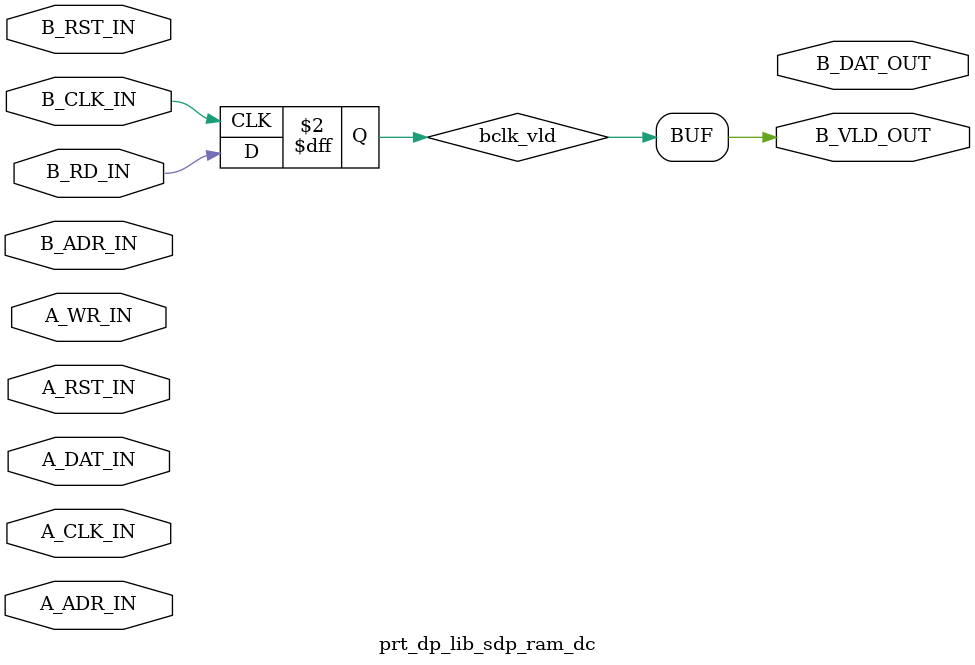
<source format=sv>
/*
     __        __   __   ___ ___ ___  __  
    |__)  /\  |__) |__) |__   |   |  /  \ 
    |    /~~\ |  \ |  \ |___  |   |  \__/ 


    Module: DP Library Memory
    (c) 2021 - 2023 by Parretto B.V.

    History
    =======
    v1.0 - Initial release
    v1.1 - Changed memory structures
    v1.2 - Added support for Intel FPGA 
	v1.3 - Added read enable for prt_dp_lib_sdp_ram_sc

    License
    =======
    This License will apply to the use of the IP-core (as defined in the License). 
    Please read the License carefully so that you know what your rights and obligations are when using the IP-core.
    The acceptance of this License constitutes a valid and binding agreement between Parretto and you for the use of the IP-core. 
    If you download and/or make any use of the IP-core you agree to be bound by this License. 
    The License is available for download and print at www.parretto.com/license.html
    Parretto grants you, as the Licensee, a free, non-exclusive, non-transferable, limited right to use the IP-core 
    solely for internal business purposes for the term and conditions of the License. 
    You are also allowed to create Modifications for internal business purposes, but explicitly only under the conditions of art. 3.2.
    You are, however, obliged to pay the License Fees to Parretto for the use of the IP-core, or any Modification, in, or embodied in, 
    a physical or non-tangible product or service that has substantial commercial, industrial or non-consumer uses. 
*/

`default_nettype none

/*
	Single clock FIFO
	Output data is not registered
*/
module prt_dp_lib_fifo_sc
#(
	parameter                       P_VENDOR    	= "none",  		// Vendor "xilinx" or "lattice"
	parameter						P_MODE         	= "single",		// "single" or "burst"
	parameter 						P_RAM_STYLE		= "distributed",	// "distributed", "block" or "ultra"
	parameter 						P_ADR_WIDTH 	= 7,
	parameter						P_DAT_WIDTH 	= 512
)
(
	// Clocks and reset
	input wire						RST_IN,		// Reset
	input wire						CLK_IN,		// Clock
	input wire						CLR_IN,		// Clear

	// Write
	input wire						WR_IN,		// Write in
	input wire 	[P_DAT_WIDTH-1:0]	DAT_IN,		// Write data

	// Read
	input wire						RD_EN_IN,	// Read enable in
	input wire						RD_IN,		// Read in
	output wire [P_DAT_WIDTH-1:0]	DAT_OUT,	// Data out
	output wire						DE_OUT,		// Data enable

	// Status
	output wire	[P_ADR_WIDTH:0]		WRDS_OUT,	// Used words
	output wire						EP_OUT,		// Empty
	output wire						FL_OUT		// Full
);

// Parameters
localparam P_WRDS = 2**P_ADR_WIDTH;

// Signals

logic	[P_ADR_WIDTH-1:0]	clk_wp;			// Write pointer
logic 	[P_ADR_WIDTH-1:0]	clk_rp;			// Read pointer
logic	[1:0]				clk_da;
logic	[1:0]				clk_de;
logic	[P_ADR_WIDTH-1:0]	clk_wrds;
logic						clk_ep;
logic						clk_fl;

// Logic

// RAM instantiation
generate
	if (P_VENDOR == "xilinx")
	begin : gen_ram_xlx

		xpm_memory_sdpram 
		#(
			.ADDR_WIDTH_A				(P_ADR_WIDTH),  
			.ADDR_WIDTH_B				(P_ADR_WIDTH),  
			.AUTO_SLEEP_TIME			(0),   
			.BYTE_WRITE_WIDTH_A			(P_DAT_WIDTH),  
			.CASCADE_HEIGHT				(0),            
			.CLOCKING_MODE				("common_clock"), 
			.ECC_MODE					("no_ecc"), 
			.MEMORY_INIT_FILE			("none"),   
			.MEMORY_INIT_PARAM			("0"),      
			.MEMORY_OPTIMIZATION		("true"),   
			.MEMORY_PRIMITIVE			(P_RAM_STYLE),     
			.MEMORY_SIZE				(P_WRDS * P_DAT_WIDTH),        
			.MESSAGE_CONTROL			(0),           
			.READ_DATA_WIDTH_B			(P_DAT_WIDTH), 
			.READ_LATENCY_B				(1),      
			.READ_RESET_VALUE_B			("0"),    
			.RST_MODE_A					("SYNC"), 
			.RST_MODE_B					("SYNC"), 
			.SIM_ASSERT_CHK				(0),             
			.USE_EMBEDDED_CONSTRAINT	(0),    
			.USE_MEM_INIT				(0),              
			.WAKEUP_TIME				("disable_sleep"),
			.WRITE_DATA_WIDTH_A			(P_DAT_WIDTH),
			.WRITE_MODE_B				("read_first") 
		)
		RAM_INST 
		(
			.clka				(CLK_IN),       
			.addra				(clk_wp), 
			.dina				(DAT_IN),
			.ena				(1'b1), 
			.wea				(WR_IN),

			.clkb				(CLK_IN),  
			.addrb				(clk_rp),  
			.enb				(RD_EN_IN),    
			.doutb				(DAT_OUT), 

			.injectdbiterra		(1'b0),
			.injectsbiterra		(1'b0),
			.regceb				(RD_EN_IN),             
			.rstb				(1'b0),        
			.sleep				(1'b0),             
			.dbiterrb			(), 
			.sbiterrb			()    
		);
	end

	else if (P_VENDOR == "lattice")
	begin : gen_ram_lat

		// One single clock read latency is assumed.
		// The distributed read path is asynchronous.
		// Therefore the output register is enabled.
		pmi_distributed_dpram
		#(
			.pmi_addr_depth       	(P_WRDS), 		// integer       
			.pmi_addr_width       	(P_ADR_WIDTH), 	// integer       
			.pmi_data_width       	(P_DAT_WIDTH), 	// integer       
			.pmi_regmode          	("reg"), 			// "reg"|"noreg"     
			.pmi_init_file        	("none"), 		// string        
			.pmi_init_file_format 	("hex"), 			// "binary"|"hex"    
			.pmi_family           	("common")  		// "LIFCL"|"LFD2NX"|"LFCPNX"|"LFMXO5"|"UT24C"|"UT24CP"|"common"
		) 
		RAM_INST
		(
			.Reset     			(1'b0),  
			
			.WrClock   			(CLK_IN),  
			.WrClockEn 			(1'b1),  
			.WrAddress 			(clk_wp),  
			.WE        			(WR_IN),  
			.Data      			(DAT_IN),  

			.RdClock   			(CLK_IN),  
			.RdClockEn 			(RD_EN_IN),  
			.RdAddress 			(clk_rp),  
			.Q         			(DAT_OUT)   
		);	
	end

	else if (P_VENDOR == "intel")
	begin : gen_ram_int

		localparam P_RAM_TYPE = (P_RAM_STYLE == "distributed") ? "MLAB" : "AUTO";
		
		altera_syncram
		#( 
			.ram_block_type 					(P_RAM_TYPE),
			.address_aclr_b 					("NONE"),
			.address_reg_b  					("CLOCK0"),
			.clock_enable_input_a 				("BYPASS"),
			.clock_enable_input_b 				("BYPASS"),
			.clock_enable_output_b 				("BYPASS"),
			.enable_force_to_zero 				("FALSE"),
			.intended_device_family 			("Cyclone 10 GX"),
			.lpm_type 							("altera_syncram"),
			.numwords_a 						(P_WRDS),
			.numwords_b 						(P_WRDS),
			.operation_mode 					("DUAL_PORT"),
			.outdata_aclr_b 					("NONE"),
			.outdata_sclr_b 					("NONE"),
			.outdata_reg_b 						("CLOCK0"),
			.power_up_uninitialized  			("FALSE"),
			.rdcontrol_reg_b  					("CLOCK0"),
			.widthad_a 							(P_ADR_WIDTH),
			.widthad_b 							(P_ADR_WIDTH),
			.width_a 							(P_DAT_WIDTH),
			.width_b 							(P_DAT_WIDTH)
		)
		RAM_INST
		(
			.address_a 			(clk_wp),
			.address_b 			(clk_rp),
			.clock0 			(CLK_IN),
			.data_a 			(DAT_IN),
			.wren_a 			(WR_IN),
			.q_b 				(DAT_OUT),
			.aclr0 				(1'b0),
			.aclr1 				(1'b0),
			.address2_a 		(1'b1),
			.address2_b 		(1'b1),
			.addressstall_a 	(1'b0),
			.addressstall_b 	(1'b0),
			.byteena_a 			(1'b1),
			.byteena_b 			(1'b1),
			.clock1 			(1'b1),
			.clocken0 			(1'b1),
			.clocken1 			(1'b1),
			.clocken2 			(1'b1),
			.clocken3 			(1'b1),
			.data_b 			({P_DAT_WIDTH{1'b1}}),
			.eccencbypass 		(1'b0),
			.eccencparity 		(8'b0),
			.eccstatus 			(),
			.q_a 				(),
			.rden_a 			(1'b1),
			.rden_b 			(RD_EN_IN),
			.sclr 				(1'b0),
			.wren_b 			(1'b0)
		);
	end

	else
	begin
		$error ("No Vendor specified!");
	end
endgenerate

// Write pointer
	always_ff @ (posedge RST_IN, posedge CLK_IN)
	begin
		if (RST_IN)
			clk_wp <= 0;

		else
		begin
			// Clear
			if (CLR_IN)
				clk_wp <= 0;

			// Write
			else if (WR_IN)
			begin
				// Check for overflow
				if (&clk_wp)
					clk_wp <= 0;
				else
					clk_wp <= clk_wp + 'd1;
			end
		end
	end

// Read pointer
	always_ff @ (posedge RST_IN, posedge CLK_IN)
	begin
		if (RST_IN)
			clk_rp <= 0;

		else
		begin
			// Clear
			if (CLR_IN)
				clk_rp <= 0;

			// Read enable
			else if (RD_EN_IN)
			begin
				// Read
				if (RD_IN && !clk_ep)
				begin
					// Check for overflow
					if (&clk_rp)
						clk_rp <= 0;
					else
						clk_rp <= clk_rp + 'd1;
				end
			end
		end
	end

// Data available
	always_ff @ (posedge RST_IN, posedge CLK_IN)
	begin
		if (RST_IN)
			clk_da <= 0;

		else
		begin
			// Enable
			if (RD_EN_IN)
			begin
				if (clk_ep || RD_IN)
					clk_da <= 0;
				else
				begin
					clk_da[0] <= 1;
					clk_da[1] <= clk_da[0];
				end
			end
		end
	end

// Data enable
generate
	if (P_RAM_STYLE == "distributed")
	begin
		always_comb
		begin
			if (RD_IN && !clk_ep)
				clk_de = 'b01;
			else
				clk_de = 'b00;
		end
	end

	else
	begin
		always_ff @ (posedge RST_IN, posedge CLK_IN)
		begin
			if (RST_IN)
				clk_de <= 0;

			else
			begin
				// Enable
				if (RD_EN_IN)
				begin
					if (!clk_ep)
						clk_de[0] <= RD_IN;
					else
						clk_de[0] <= 0;
					clk_de[1] <= clk_de[0];
				end
			end
		end
	end
endgenerate

// Empty
// Must be combinatorial
	always_comb
	begin
		if (clk_wp == clk_rp)
			clk_ep = 1;
		else
			clk_ep = 0;
	end

// Full
// Must be combinatorial
	always_comb
	begin
		if (clk_wrds > (P_WRDS - 'd2))
			clk_fl = 1;
		else
			clk_fl = 0;
	end

// Words
// To improve timing performance the output words are registered
	always_ff @ (posedge CLK_IN)
	begin
		if (clk_wp > clk_rp)
			clk_wrds = clk_wp - clk_rp;

		else if (clk_wp < clk_rp)
			clk_wrds = (P_WRDS - clk_rp) + clk_wp;

		else
			clk_wrds = 0;
	end
	
// Outputs
	assign DE_OUT 		= (P_MODE == "burst") ? ((P_RAM_STYLE == "ultra") ? clk_de[$size(clk_de)-1] : clk_de[0]) : ((P_RAM_STYLE == "ultra") ? clk_da[$size(clk_da)-1] : clk_da[0]);
	assign WRDS_OUT 	= clk_wrds;
	assign EP_OUT 		= clk_ep;
	assign FL_OUT 		= clk_fl;

endmodule

/*
	Dual Clock FIFO
	Output data is registered
*/
module prt_dp_lib_fifo_dc
#(
	parameter                       P_VENDOR    	= "none",  		// Vendor "xilinx" or "lattice"
	parameter						P_MODE         = "single",		// "single" or "burst"
	parameter 						P_RAM_STYLE	= "distributed",	// "distributed" or "block"
	parameter						P_ADR_WIDTH	= 5,
	parameter						P_DAT_WIDTH	= 32
)
(
	input wire						A_RST_IN,		// Reset
	input wire						B_RST_IN,
	input wire						A_CLK_IN,		// Clock
	input wire						B_CLK_IN,
	input wire						A_CKE_IN,		// Clock enable
	input wire						B_CKE_IN,

	// Input (A)
	input wire						A_CLR_IN,		// Clear
	input wire						A_WR_IN,		// Write
	input wire	[P_DAT_WIDTH-1:0]	A_DAT_IN,		// Write data

	// Output (B)
	input wire						B_CLR_IN,		// Clear
	input wire						B_RD_IN,		// Read
	output wire	[P_DAT_WIDTH-1:0]	B_DAT_OUT,	// Read data
	output wire						B_DE_OUT,		// Data enable

	// Status (A)
	output wire	[P_ADR_WIDTH:0]		A_WRDS_OUT,	// Used words
	output wire						A_FL_OUT,		// Full
	output wire						A_EP_OUT,		// Empty

	// Status (B)
	output wire	[P_ADR_WIDTH:0]		B_WRDS_OUT,	// Used words
	output wire						B_FL_OUT,		// Full
	output wire						B_EP_OUT		// Empty
);

/*
	Parameters
*/
localparam P_WRDS = 2**P_ADR_WIDTH;

/*
	Signals
*/
logic 	[P_ADR_WIDTH-1:0]	aclk_wp;
wire 	[P_ADR_WIDTH-1:0]	aclk_rp;
logic	[P_ADR_WIDTH:0]		aclk_wrds;
logic						aclk_fl;
logic						aclk_ep;

logic 	[P_ADR_WIDTH-1:0]	bclk_rp;
wire 	[P_ADR_WIDTH-1:0]	bclk_wp;
logic	[P_ADR_WIDTH:0]		bclk_wrds;
logic						bclk_fl;
logic						bclk_ep;
logic	[1:0]				bclk_da;
logic	[1:0]				bclk_de;

/*
	Logic
*/

// RAM instantiation
generate
	if (P_VENDOR == "xilinx")
	begin : gen_ram_xlx

		// The parameter USE_EMBEDDED_CONSTRAINT must be used for distributed memory with independent clocks
		// to set automatically timing constraints.
		localparam P_USE_CONSTRAINT = (P_RAM_STYLE == "distributed") ? 1 : 0;

		xpm_memory_sdpram 
		#(
			.ADDR_WIDTH_A				(P_ADR_WIDTH),  
			.ADDR_WIDTH_B				(P_ADR_WIDTH),  
			.AUTO_SLEEP_TIME			(0),   
			.BYTE_WRITE_WIDTH_A			(P_DAT_WIDTH),  
			.CASCADE_HEIGHT				(0),            
			.CLOCKING_MODE				("independent_clock"), 
			.ECC_MODE					("no_ecc"), 
			.MEMORY_INIT_FILE			("none"),   
			.MEMORY_INIT_PARAM			("0"),      
			.MEMORY_OPTIMIZATION		("true"),   
			.MEMORY_PRIMITIVE			(P_RAM_STYLE),     
			.MEMORY_SIZE				(P_WRDS * P_DAT_WIDTH),        
			.MESSAGE_CONTROL			(0),           
			.READ_DATA_WIDTH_B			(P_DAT_WIDTH), 
			.READ_LATENCY_B				(2),      
			.READ_RESET_VALUE_B			("0"),    
			.RST_MODE_A					("SYNC"), 
			.RST_MODE_B					("SYNC"), 
			.SIM_ASSERT_CHK				(0),             
			.USE_EMBEDDED_CONSTRAINT	(P_USE_CONSTRAINT),    
			.USE_MEM_INIT				(1),              
			.WAKEUP_TIME				("disable_sleep"),
			.WRITE_DATA_WIDTH_A			(P_DAT_WIDTH),
			.WRITE_MODE_B				("read_first") 
		)
		RAM_INST 
		(
			.clka				(A_CLK_IN),       
			.addra				(aclk_wp), 
			.dina				(A_DAT_IN),
			.ena				(A_CKE_IN), 
			.wea				(A_WR_IN),

			.clkb				(B_CLK_IN),  
			.addrb				(bclk_rp),  
			.enb				(B_CKE_IN),    
			.doutb				(B_DAT_OUT), 

			.injectdbiterra		(1'b0),
			.injectsbiterra		(1'b0),
			.regceb				(B_CKE_IN),             
			.rstb				(1'b0),        
			.sleep				(1'b0),             
			.dbiterrb			(), 
			.sbiterrb			()    
		);
	end

	else if (P_VENDOR == "lattice")
	begin : gen_ram_lat
		
		// Block ram
		if (P_RAM_STYLE == "block")
		begin
			pmi_ram_dp
			#(
				.pmi_wr_addr_depth    	(P_WRDS), 		// integer
				.pmi_wr_addr_width    	(P_ADR_WIDTH), 	// integer
				.pmi_wr_data_width    	(P_DAT_WIDTH), 	// integer
				.pmi_rd_addr_depth    	(P_WRDS), 		// integer
				.pmi_rd_addr_width    	(P_ADR_WIDTH), 	// integer
				.pmi_rd_data_width    	(P_DAT_WIDTH), 	// integer
				.pmi_regmode          	("reg"), 		// "reg"|"noreg"
				.pmi_resetmode        	("async"), 		// "async"|"sync"
				.pmi_init_file        	("none"), 		// string
				.pmi_init_file_format 	("hex"), 		// "binary"|"hex"
				.pmi_family           	("common")  	// "LIFCL"|"LFD2NX"|"LFCPNX"|"LFMXO5"|"UT24C"|"UT24CP"|"common"
			) 
			RAM_INST
			(
				.Reset     			(1'b0),  

				.WrClock   			(A_CLK_IN),  
				.WrClockEn 			(A_CKE_IN),
				.WrAddress 			(aclk_wp),  
				.WE        			(A_WR_IN),  
				.Data      			(A_DAT_IN), 

				.RdClock   			(B_CLK_IN), 
				.RdClockEn 			(B_CKE_IN),
				.RdAddress 			(bclk_rp),  

				.Q         			(B_DAT_OUT)  
			);
		end

		// Distributed ram
		else
		begin
			// Signals
			wire  [P_DAT_WIDTH-1:0] dout_from_ram;
			logic [P_DAT_WIDTH-1:0] clk_dout;

			pmi_distributed_dpram
			#(
				.pmi_addr_depth       	(P_WRDS), // integer       
				.pmi_addr_width       	(P_ADR_WIDTH), // integer       
				.pmi_data_width       	(P_DAT_WIDTH), // integer       
				.pmi_regmode          	("reg"), // "reg"|"noreg"     
				.pmi_init_file        	("none"), // string        
				.pmi_init_file_format 	("hex"), // "binary"|"hex"    
				.pmi_family           	("common")  // "LIFCL"|"LFD2NX"|"LFCPNX"|"LFMXO5"|"UT24C"|"UT24CP"|"common"
			) 
			RAM_INST
			(
				.Reset     			(1'b0),  
				
				.WrClock   			(A_CLK_IN),  
				.WrClockEn 			(A_CKE_IN),  
				.WrAddress 			(aclk_wp),  
				.WE        			(A_WR_IN),  
				.Data      			(A_DAT_IN),  

				.RdClock   			(B_CLK_IN),  
				.RdClockEn 			(B_CKE_IN),  
				.RdAddress 			(bclk_rp),  
				.Q         			(dout_from_ram)   
			);

			// The distributed memory read path is asynchronous.
			// The read addres is not registered. 
			// The read output register is enabled. 
			// However a block ram has a read latency of two cycles. 
			// To have the same behaviour an additional output register is added. 
			always_ff @ (posedge B_CLK_IN)
			begin
				if (B_CKE_IN)
					clk_dout <= dout_from_ram;
			end	

			// Outputs 
			assign B_DAT_OUT = clk_dout;
		end
	end

	else if (P_VENDOR == "intel")
	begin : gen_ram_int
		
		localparam P_RAM_TYPE = (P_RAM_STYLE == "distributed") ? "MLAB" : "AUTO";
		
		altera_syncram
		#( 
			.ram_block_type 					(P_RAM_TYPE),
			.address_aclr_b 					("NONE"),
			.address_reg_b  					("CLOCK1"),
			.clock_enable_input_a 				("BYPASS"),
			.clock_enable_input_b 				("BYPASS"),
			.clock_enable_output_b 				("BYPASS"),
			.enable_force_to_zero 				("FALSE"),
			.intended_device_family 			("Cyclone 10 GX"),
			.lpm_type 							("altera_syncram"),
			.numwords_a 						(P_WRDS),
			.numwords_b 						(P_WRDS),
			.operation_mode 					("DUAL_PORT"),
			.outdata_aclr_b 					("NONE"),
			.outdata_sclr_b 					("NONE"),
			.outdata_reg_b 						("CLOCK1"),
			.power_up_uninitialized  			("FALSE"),
			.widthad_a 							(P_ADR_WIDTH),
			.widthad_b 							(P_ADR_WIDTH),
			.width_a 							(P_DAT_WIDTH),
			.width_b 							(P_DAT_WIDTH)
		)
		RAM_INST
		(
			.address_a 			(aclk_wp),
			.address_b 			(bclk_rp),
			.clock0 			(A_CLK_IN),
			.data_a 			(A_DAT_IN),
			.wren_a 			(A_WR_IN),
			.q_b 				(B_DAT_OUT),
			.aclr0 				(1'b0),
			.aclr1 				(1'b0),
			.address2_a 		(1'b1),
			.address2_b 		(1'b1),
			.addressstall_a 	(1'b0),
			.addressstall_b 	(1'b0),
			.byteena_a 			(1'b1),
			.byteena_b 			(1'b1),
			.clock1 			(B_CLK_IN),
			.clocken0 			(A_CKE_IN),
			.clocken1 			(B_CKE_IN),
			.clocken2 			(1'b1),
			.clocken3 			(1'b1),
			.data_b 			({P_DAT_WIDTH{1'b1}}),
			.eccencbypass 		(1'b0),
			.eccencparity 		(8'b0),
			.eccstatus 			(),
			.q_a 				(),
			.rden_a 			(1'b1),
			.rden_b 			(1'b1),
			.sclr 				(1'b0),
			.wren_b 			(1'b0)
		);
	end

endgenerate

// Port A
// Write Pointer
	always_ff @ (posedge A_RST_IN, posedge A_CLK_IN)
	begin
		if (A_RST_IN)
			aclk_wp <= 0;

		else
		begin
			// Clock enable
			if (A_CKE_IN)
			begin
				// Clear
				if (A_CLR_IN)
					aclk_wp <= 0;

				// Increment 
				else if (A_WR_IN)
				begin
					if (aclk_wp == P_WRDS-1)
						aclk_wp <= 0;
					else
						aclk_wp <= aclk_wp + 'd1;
				end
			end
		end
	end

// Clock Domain Crossing
// This adapter crosses the (original size) read pointer to the write pointer domain.
	prt_dp_lib_cdc_gray
	#(
		.P_VENDOR 		(P_VENDOR),
		.P_WIDTH		(P_ADR_WIDTH)
	)
	RP_CDC_INST
	(
		.SRC_CLK_IN		(B_CLK_IN),
		.SRC_DAT_IN		(bclk_rp),
		.DST_CLK_IN		(A_CLK_IN),
		.DST_DAT_OUT	(aclk_rp)
	);

// Words
// To improve timing performance the words are registered
	always_ff @ (posedge A_CLK_IN)
	begin
		if (aclk_wp > aclk_rp)
			aclk_wrds <= aclk_wp - aclk_rp;

		else if (aclk_wp < aclk_rp)
			aclk_wrds <= (P_WRDS - aclk_rp) + aclk_wp;

		else
			aclk_wrds <= 0;
	end

// Full Flag
// Must be combinatorial
	always_comb
	begin
		if (aclk_wrds > (P_WRDS - 'd4))
			aclk_fl = 1;
		else
			aclk_fl = 0;
	end

// Empty Flag
// Must be combinatorial
	always_comb
	begin
		// Set
		if (aclk_wp == aclk_rp)
			aclk_ep = 1;

		// Clear
		else
			aclk_ep = 0;
	end

// Port B
// Read Pointer
	always_ff @ (posedge B_RST_IN, posedge B_CLK_IN)
	begin
		if (B_RST_IN)
			bclk_rp <= 0;

		else
		begin
			// Clock enable
			if (B_CKE_IN)
			begin
				// Clear
				if (B_CLR_IN)
					bclk_rp <= 0;
				
				// Increment
				else if (B_RD_IN && !bclk_ep)
				begin
					if (bclk_rp == P_WRDS-1)
						bclk_rp <= 0;
					else
						bclk_rp <= bclk_rp + 'd1;
				end
			end
		end
	end

// Clock Domain Crossing
// This adapter crosses the (original size) write pointer to the read pointer domain.
	prt_dp_lib_cdc_gray
	#(
		.P_VENDOR 		(P_VENDOR),
		.P_WIDTH		(P_ADR_WIDTH)
	)
	WP_CDC_INST
	(
		.SRC_CLK_IN		(A_CLK_IN),
		.SRC_DAT_IN		(aclk_wp),
		.DST_CLK_IN		(B_CLK_IN),
		.DST_DAT_OUT	(bclk_wp)
	);

// Words
// To improve timing performance the words are registered
	always_ff @ (posedge B_CLK_IN)
	begin
		if (bclk_wp > bclk_rp)
			bclk_wrds <= bclk_wp - bclk_rp;

		else if (bclk_wp < bclk_rp)
			bclk_wrds <= (P_WRDS - bclk_rp) + bclk_wp;

		else
			bclk_wrds <= 0;
	end

// Full Flag
// Must be combinatorial
	always_comb
	begin
		if (bclk_wrds > (P_WRDS - 'd4))
			bclk_fl = 1;
		else
			bclk_fl = 0;
	end

// Empty Flag
// Must be combinatorial
	always_comb
	begin
		// Set
		if (bclk_wp == bclk_rp)
			bclk_ep = 1;

		// Clear
		else
			bclk_ep = 0;
	end

// Data available
	always_ff @ (posedge B_RST_IN, posedge B_CLK_IN)
	begin
		if (B_RST_IN)
			bclk_da <= 0;

		else
		begin
			// Enable
			if (B_CKE_IN)
			begin
				if (bclk_ep || B_RD_IN)
					bclk_da <= 0;
				else
				begin
					bclk_da[0] <= 1;
					bclk_da[1] <= bclk_da[0];
				end
			end
		end
	end

// Data enable
	always_ff @ (posedge B_RST_IN, posedge B_CLK_IN)
	begin
		if (B_RST_IN)
			bclk_de <= 0;

		else
		begin
			// Enable
			if (B_CKE_IN)
			begin
				if (!bclk_ep)
					bclk_de[0] <= B_RD_IN;
				else
					bclk_de[0] <= 0;
				bclk_de[1] <= bclk_de[0];
			end
		end
	end

// Outputs
	assign A_FL_OUT 	= aclk_fl;
	assign A_EP_OUT 	= aclk_ep;
	assign A_WRDS_OUT 	= aclk_wrds;
	assign B_DE_OUT 	= (P_MODE == "burst") ? bclk_de[$size(bclk_de)-1] : bclk_da[$size(bclk_da)-1];
	assign B_FL_OUT 	= bclk_fl;
	assign B_EP_OUT 	= bclk_ep;
	assign B_WRDS_OUT 	= bclk_wrds;

endmodule


/*
	Simple dual port RAM single clock
*/
module prt_dp_lib_sdp_ram_sc
#(
	parameter                   	P_VENDOR    	= "none",  		// Vendor "xilinx" or "lattice"
	parameter 						P_RAM_STYLE		= "distributed",	// "distributed", "block" or "ultra"
	parameter 						P_ADR_WIDTH 	= 7,
	parameter						P_DAT_WIDTH 	= 512
)
(
	// Clocks and reset
	input wire						RST_IN,			// Reset
	input wire						CLK_IN,			// Clock

	// Port A
	input wire [P_ADR_WIDTH-1:0]	A_ADR_IN,		// Address
	input wire						A_WR_IN,		// Write in
	input wire [P_DAT_WIDTH-1:0]	A_DAT_IN,		// Write data

	// Port B
	input wire 						B_EN_IN,		// Enable
	input wire [P_ADR_WIDTH-1:0]	B_ADR_IN,		// Address
	input wire						B_RD_IN,		// Read in
	output wire [P_DAT_WIDTH-1:0]	B_DAT_OUT,		// Read data
	output wire						B_VLD_OUT		// Read data valid
);

// Parameters
localparam P_WRDS = 2**P_ADR_WIDTH;

// Signals
logic  clk_b_vld;

// Logic

// RAM instantiation
generate
	if (P_VENDOR == "xilinx")
	begin : gen_ram_xlx
		xpm_memory_sdpram 
		#(
			.ADDR_WIDTH_A				(P_ADR_WIDTH),  
			.ADDR_WIDTH_B				(P_ADR_WIDTH),  
			.AUTO_SLEEP_TIME			(0),   
			.BYTE_WRITE_WIDTH_A			(P_DAT_WIDTH),  
			.CASCADE_HEIGHT				(0),            
			.CLOCKING_MODE				("common_clock"), 
			.ECC_MODE					("no_ecc"), 
			.MEMORY_INIT_FILE			("none"),   
			.MEMORY_INIT_PARAM			("0"),      
			.MEMORY_OPTIMIZATION		("true"),   
			.MEMORY_PRIMITIVE			(P_RAM_STYLE),     
			.MEMORY_SIZE				(P_WRDS * P_DAT_WIDTH),        
			.MESSAGE_CONTROL			(0),           
			.READ_DATA_WIDTH_B			(P_DAT_WIDTH), 
			.READ_LATENCY_B				(1),      
			.READ_RESET_VALUE_B			("0"),    
			.RST_MODE_A					("SYNC"), 
			.RST_MODE_B					("SYNC"), 
			.SIM_ASSERT_CHK				(0),             
			.USE_EMBEDDED_CONSTRAINT	(0),    
			.USE_MEM_INIT				(1),              
			.WAKEUP_TIME				("disable_sleep"),
			.WRITE_DATA_WIDTH_A			(P_DAT_WIDTH),
			.WRITE_MODE_B				("read_first") 
		)
		RAM_INST 
		(
			.clka					(CLK_IN),       
			.addra					(A_ADR_IN), 
			.dina					(A_DAT_IN),
			.ena					(1'b1), 
			.wea					(A_WR_IN),

			.clkb					(CLK_IN),  
			.addrb					(B_ADR_IN),  
			.enb					(B_EN_IN),    
			.doutb					(B_DAT_OUT), 

			.injectdbiterra			(1'b0),
			.injectsbiterra			(1'b0),
			.regceb					(1'b1),             
			.rstb					(1'b0),        
			.sleep					(1'b0),             
			.dbiterrb				(), 
			.sbiterrb				()    
		);
	end

	else if (P_VENDOR == "lattice")
	begin : gen_ram_lat

		// One single clock read latency is assumed.
		// The distributed read path is asynchronous.
		// Therefore the output register is enabled.
		pmi_distributed_dpram
		#(
		  .pmi_addr_depth       	(P_WRDS), 		// integer      
		  .pmi_addr_width       	(P_ADR_WIDTH), 	// integer      
		  .pmi_data_width       	(P_DAT_WIDTH), 	// integer      
		  .pmi_regmode          	("reg"), 		// "reg"|"noreg"    
		  .pmi_init_file        	("none"), 		// string       
		  .pmi_init_file_format 	("hex"), 		// "binary"|"hex"     
		  .pmi_family           	("common")  	// "LIFCL"|"LFD2NX"|"LFCPNX"|"LFMXO5"|"UT24C"|"UT24CP"|"common"    
		) 
		RAM_INST
		(        
		  .Reset     			(1'b0),  		
		  .WrClock   			(CLK_IN),  	
		  .WrClockEn 			(1'b1),  		
		  .WrAddress 			(A_ADR_IN),  
		  .WE        			(A_WR_IN),  
		  .Data      			(A_DAT_IN), 

		  .RdClock   			(CLK_IN), 
		  .RdClockEn 			(B_EN_IN),  
		  .RdAddress 			(B_ADR_IN), 
		  .Q         			(B_DAT_OUT) 
		);
	end

	else if (P_VENDOR == "intel")
	begin : gen_ram_int

		localparam P_RAM_TYPE = (P_RAM_STYLE == "distributed") ? "MLAB" : "AUTO";
		
		altera_syncram
		#( 
			.ram_block_type 					(P_RAM_TYPE),
			.address_aclr_b 					("NONE"),
			.address_reg_b  					("CLOCK0"),
			.clock_enable_input_a 				("BYPASS"),
			.clock_enable_input_b 				("NORMAL"),
			.clock_enable_output_b 				("BYPASS"),
			.enable_force_to_zero 				("FALSE"),
			.intended_device_family 			("Cyclone 10 GX"),
			.lpm_type 							("altera_syncram"),
			.numwords_a 						(P_WRDS),
			.numwords_b 						(P_WRDS),
			.operation_mode 					("DUAL_PORT"),
			.outdata_aclr_b 					("NONE"),
			.outdata_sclr_b 					("NONE"),
			.outdata_reg_b 						("UNREGISTERED"),
			.power_up_uninitialized  			("FALSE"),
			.widthad_a 							(P_ADR_WIDTH),
			.widthad_b 							(P_ADR_WIDTH),
			.width_a 							(P_DAT_WIDTH),
			.width_b 							(P_DAT_WIDTH)
		)
		RAM_INST
		(
			.address_a 			(A_ADR_IN),
			.address_b 			(B_ADR_IN),
			.clock0 			(CLK_IN),
			.data_a 			(A_DAT_IN),
			.wren_a 			(A_WR_IN),
			.q_b 				(B_DAT_OUT),
			.aclr0 				(1'b0),
			.aclr1 				(1'b0),
			.address2_a 		(1'b1),
			.address2_b 		(1'b1),
			.addressstall_a 	(1'b0),
			.addressstall_b 	(~B_EN_IN),
			.byteena_a 			(1'b1),
			.byteena_b 			(1'b1),
			.clock1 			(1'b1),
			.clocken0 			(1'b1),
			.clocken1 			(1'b1),
			.clocken2 			(1'b1),
			.clocken3 			(1'b1),
			.data_b 			({P_DAT_WIDTH{1'b1}}),
			.eccencbypass 		(1'b0),
			.eccencparity 		(8'b0),
			.eccstatus 			(),
			.q_a 				(),
			.rden_a 			(1'b1),
			.rden_b 			(1'b1),
			.sclr 				(1'b0),
			.wren_b 			(1'b0)
		);
	end

endgenerate

	// Valid
	// The memory has one clock read latency
   	always_ff @ (posedge CLK_IN)
   	begin
		// Enable
		if (B_EN_IN)
   			clk_b_vld <= B_RD_IN;
	end

	// Outputs
   	assign B_VLD_OUT = clk_b_vld;

endmodule

/*
	Simple dual port RAM dual clock
*/
module prt_dp_lib_sdp_ram_dc
#(
	parameter                   	P_VENDOR    	= "none",  		// Vendor "xilinx" or "lattice"
	parameter 						P_RAM_STYLE		= "distributed",	// "distributed", "block" or "ultra"
	parameter 						P_ADR_WIDTH 	= 7,
	parameter						P_DAT_WIDTH 	= 512
)
(
	// Port A
	input wire						A_RST_IN,		// Reset
	input wire						A_CLK_IN,		// Clock
	input wire [P_ADR_WIDTH-1:0]	A_ADR_IN,		// Address
	input wire						A_WR_IN,		// Write in
	input wire [P_DAT_WIDTH-1:0]	A_DAT_IN,		// Write data

	// Port B
	input wire						B_RST_IN,		// Reset
	input wire						B_CLK_IN,		// Clock
	input wire [P_ADR_WIDTH-1:0]	B_ADR_IN,		// Address
	input wire						B_RD_IN,		// Read in
	output wire [P_DAT_WIDTH-1:0]	B_DAT_OUT,		// Read data
	output wire						B_VLD_OUT		// Read data valid
);

// Local parameters
localparam P_WRDS = 2**P_ADR_WIDTH;

// Signals
logic bclk_vld;

// Logic

// RAM instantiation
generate
	if (P_VENDOR == "xilinx")
	begin : gen_ram_xlx
		
		// The parameter USE_EMBEDDED_CONSTRAINT must be used for distributed memory with independent clocks
		// to set automatically timing constraints.
		localparam P_USE_CONSTRAINT = (P_RAM_STYLE == "distributed") ? 1 : 0;

		xpm_memory_sdpram 
		#(
			.ADDR_WIDTH_A				(P_ADR_WIDTH),  
			.ADDR_WIDTH_B				(P_ADR_WIDTH),  
			.AUTO_SLEEP_TIME			(0),   
			.BYTE_WRITE_WIDTH_A			(P_DAT_WIDTH),  
			.CASCADE_HEIGHT				(0),            
			.CLOCKING_MODE				("independent_clock"), 
			.ECC_MODE					("no_ecc"), 
			.MEMORY_INIT_FILE			("none"),   
			.MEMORY_INIT_PARAM			("0"),      
			.MEMORY_OPTIMIZATION		("true"),   
			.MEMORY_PRIMITIVE			(P_RAM_STYLE),     
			.MEMORY_SIZE				(P_WRDS * P_DAT_WIDTH),        
			.MESSAGE_CONTROL			(0),           
			.READ_DATA_WIDTH_B			(P_DAT_WIDTH), 
			.READ_LATENCY_B				(1),      
			.READ_RESET_VALUE_B			("0"),    
			.RST_MODE_A					("SYNC"), 
			.RST_MODE_B					("SYNC"), 
			.SIM_ASSERT_CHK				(0),             
			.USE_EMBEDDED_CONSTRAINT	(P_USE_CONSTRAINT),    
			.USE_MEM_INIT				(1),              
			.WAKEUP_TIME				("disable_sleep"),
			.WRITE_DATA_WIDTH_A			(P_DAT_WIDTH),
			.WRITE_MODE_B				("read_first") 
		)
		RAM_INST 
		(
			.clka				(A_CLK_IN),       
			.addra				(A_ADR_IN), 
			.dina				(A_DAT_IN),
			.ena				(1'b1), 
			.wea				(A_WR_IN),

			.clkb				(B_CLK_IN),  
			.addrb				(B_ADR_IN),  
			.enb				(1'b1),    
			.doutb				(B_DAT_OUT), 

			.injectdbiterra		(1'b0),
			.injectsbiterra		(1'b0),
			.regceb				(1'b1),             
			.rstb				(1'b0),        
			.sleep				(1'b0),             
			.dbiterrb			(), 
			.sbiterrb			()    
		);
	end

	else if (P_VENDOR == "lattice")
	begin : gen_ram_lat

		// One single clock read latency is assumed.
		// The distributed read path is asynchronous.
		// Therefore the output register is enabled.
		pmi_distributed_dpram
		#(
		  .pmi_addr_depth       (P_WRDS), 		// integer      
		  .pmi_addr_width       (P_ADR_WIDTH), 	// integer      
		  .pmi_data_width       (P_DAT_WIDTH), 	// integer      
		  .pmi_regmode          ("reg"), 		// "reg"|"noreg"    
		  .pmi_init_file        ("none"), 		// string       
		  .pmi_init_file_format ("hex"), 		// "binary"|"hex"     
		  .pmi_family           ("common")  	// "LIFCL"|"LFD2NX"|"LFCPNX"|"LFMXO5"|"UT24C"|"UT24CP"|"common"    
		) 
		RAM_INST
		(        
		  .Reset     			(1'b0),  		
		  
		  .WrClock   			(A_CLK_IN),  	
		  .WrClockEn 			(1'b1),  		
		  .WrAddress 			(A_ADR_IN),  
		  .WE        			(A_WR_IN),  
		  .Data      			(A_DAT_IN), 

		  .RdClock   			(B_CLK_IN), 
		  .RdClockEn 			(1'b1),  
		  .RdAddress 			(B_ADR_IN), 
		  .Q         			(B_DAT_OUT) 
		);
	end

	else if (P_VENDOR == "intel")
	begin : gen_ram_int

		localparam P_RAM_TYPE = (P_RAM_STYLE == "distributed") ? "MLAB" : "AUTO";
		
		altera_syncram
		#( 
			.ram_block_type 				(P_RAM_TYPE),
			.address_aclr_b 				("NONE"),
			.address_reg_b  				("CLOCK1"),
			.clock_enable_input_a 			("BYPASS"),
			.clock_enable_input_b 			("BYPASS"),
			.clock_enable_output_b 			("BYPASS"),
			.enable_force_to_zero 			("FALSE"),
			.intended_device_family 		("Cyclone 10 GX"),
			.lpm_type 						("altera_syncram"),
			.numwords_a 					(P_WRDS),
			.numwords_b 					(P_WRDS),
			.operation_mode 				("DUAL_PORT"),
			.outdata_aclr_b 				("NONE"),
			.outdata_sclr_b 				("NONE"),
			.outdata_reg_b 					("UNREGISTERED"),
			.power_up_uninitialized  		("FALSE"),
			.widthad_a 						(P_ADR_WIDTH),
			.widthad_b 						(P_ADR_WIDTH),
			.width_a 						(P_DAT_WIDTH),
			.width_b 						(P_DAT_WIDTH)
		)
		RAM_INST
		(
			.address_a 			(A_ADR_IN),
			.address_b 			(B_ADR_IN),
			.clock0 			(A_CLK_IN),
			.data_a 			(A_DAT_IN),
			.wren_a 			(A_WR_IN),
			.q_b 				(B_DAT_OUT),
			.aclr0 				(1'b0),
			.aclr1 				(1'b0),
			.address2_a 		(1'b1),
			.address2_b 		(1'b1),
			.addressstall_a 	(1'b0),
			.addressstall_b 	(1'b0),
			.byteena_a 			(1'b1),
			.byteena_b 			(1'b1),
			.clock1 			(B_CLK_IN),
			.clocken0 			(1'b1),
			.clocken1 			(1'b1),
			.clocken2 			(1'b1),
			.clocken3 			(1'b1),
			.data_b 			({P_DAT_WIDTH{1'b1}}),
			.eccencbypass 		(1'b0),
			.eccencparity 		(8'b0),
			.eccstatus 			(),
			.q_a 				(),
			.rden_a 			(1'b1),
			.rden_b 			(1'b1),
			.sclr 				(1'b0),
			.wren_b 			(1'b0)
		);
	end

endgenerate

	// Valid
   	always_ff @ (posedge B_CLK_IN)
   	begin
   		bclk_vld <= B_RD_IN;
	end

   	// Outputs
   	assign B_VLD_OUT = bclk_vld;

endmodule

`default_nettype wire

</source>
